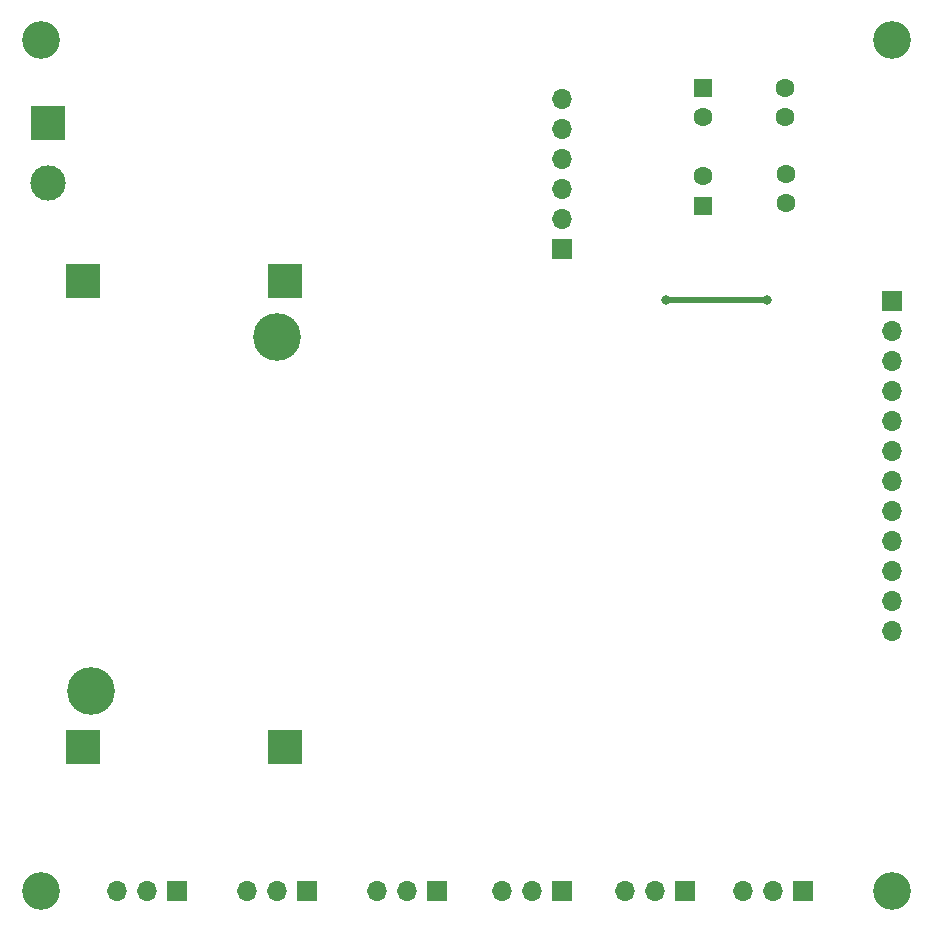
<source format=gtl>
G04 #@! TF.GenerationSoftware,KiCad,Pcbnew,8.0.4*
G04 #@! TF.CreationDate,2025-02-04T16:43:17-05:00*
G04 #@! TF.ProjectId,potencia_cubesat,706f7465-6e63-4696-915f-637562657361,rev?*
G04 #@! TF.SameCoordinates,Original*
G04 #@! TF.FileFunction,Copper,L1,Top*
G04 #@! TF.FilePolarity,Positive*
%FSLAX46Y46*%
G04 Gerber Fmt 4.6, Leading zero omitted, Abs format (unit mm)*
G04 Created by KiCad (PCBNEW 8.0.4) date 2025-02-04 16:43:17*
%MOMM*%
%LPD*%
G01*
G04 APERTURE LIST*
G04 #@! TA.AperFunction,ComponentPad*
%ADD10C,3.200000*%
G04 #@! TD*
G04 #@! TA.AperFunction,ComponentPad*
%ADD11R,1.700000X1.700000*%
G04 #@! TD*
G04 #@! TA.AperFunction,ComponentPad*
%ADD12O,1.700000X1.700000*%
G04 #@! TD*
G04 #@! TA.AperFunction,ComponentPad*
%ADD13C,4.048000*%
G04 #@! TD*
G04 #@! TA.AperFunction,ComponentPad*
%ADD14R,3.000000X3.000000*%
G04 #@! TD*
G04 #@! TA.AperFunction,ComponentPad*
%ADD15R,1.600000X1.600000*%
G04 #@! TD*
G04 #@! TA.AperFunction,ComponentPad*
%ADD16C,1.600000*%
G04 #@! TD*
G04 #@! TA.AperFunction,ComponentPad*
%ADD17C,3.000000*%
G04 #@! TD*
G04 #@! TA.AperFunction,ViaPad*
%ADD18C,0.800000*%
G04 #@! TD*
G04 #@! TA.AperFunction,Conductor*
%ADD19C,0.508000*%
G04 #@! TD*
G04 APERTURE END LIST*
D10*
G04 #@! TO.P,H3,*
G04 #@! TO.N,*
X4500000Y4500000D03*
G04 #@! TD*
D11*
G04 #@! TO.P,J1,1,Pin_1*
G04 #@! TO.N,5V*
X76500000Y54475000D03*
D12*
G04 #@! TO.P,J1,2,Pin_2*
G04 #@! TO.N,3.3V*
X76500000Y51935000D03*
G04 #@! TO.P,J1,3,Pin_3*
G04 #@! TO.N,SDA*
X76500000Y49395000D03*
G04 #@! TO.P,J1,4,Pin_4*
G04 #@! TO.N,SCL*
X76500000Y46855000D03*
G04 #@! TO.P,J1,5,Pin_5*
G04 #@! TO.N,GND*
X76500000Y44315000D03*
G04 #@! TO.P,J1,6,Pin_6*
X76500000Y41775000D03*
G04 #@! TO.P,J1,7,Pin_7*
G04 #@! TO.N,Motor 1*
X76500000Y39235000D03*
G04 #@! TO.P,J1,8,Pin_8*
G04 #@! TO.N,Motor 2*
X76500000Y36695000D03*
G04 #@! TO.P,J1,9,Pin_9*
G04 #@! TO.N,Motor 3*
X76500000Y34155000D03*
G04 #@! TO.P,J1,10,Pin_10*
G04 #@! TO.N,Motor 4*
X76500000Y31615000D03*
G04 #@! TO.P,J1,11,Pin_11*
G04 #@! TO.N,Motor 5*
X76500000Y29075000D03*
G04 #@! TO.P,J1,12,Pin_12*
G04 #@! TO.N,Motor 6*
X76500000Y26535000D03*
G04 #@! TD*
D13*
G04 #@! TO.P,PS1,*
G04 #@! TO.N,*
X24469000Y51391000D03*
X8721000Y21419000D03*
D14*
G04 #@! TO.P,PS1,1,IN+*
G04 #@! TO.N,Vin+*
X25167500Y56153500D03*
G04 #@! TO.P,PS1,2,IN-*
G04 #@! TO.N,GND*
X8022500Y56153500D03*
G04 #@! TO.P,PS1,3,OUT+*
G04 #@! TO.N,5V*
X25167500Y16656500D03*
G04 #@! TO.P,PS1,4,OUT-*
G04 #@! TO.N,GND*
X8022500Y16656500D03*
G04 #@! TD*
D15*
G04 #@! TO.P,C3,1*
G04 #@! TO.N,VIN-*
X60500000Y62500000D03*
D16*
G04 #@! TO.P,C3,2*
G04 #@! TO.N,GND*
X60500000Y65000000D03*
G04 #@! TD*
D11*
G04 #@! TO.P,J7,1,Pin_1*
G04 #@! TO.N,Motor 4*
X48580000Y4500000D03*
D12*
G04 #@! TO.P,J7,2,Pin_2*
G04 #@! TO.N,5V*
X46040000Y4500000D03*
G04 #@! TO.P,J7,3,Pin_3*
G04 #@! TO.N,GND*
X43500000Y4500000D03*
G04 #@! TD*
D16*
G04 #@! TO.P,C2,1*
G04 #@! TO.N,VIN-*
X67500000Y70000000D03*
G04 #@! TO.P,C2,2*
G04 #@! TO.N,GND*
X67500000Y72500000D03*
G04 #@! TD*
D11*
G04 #@! TO.P,J6,1,Pin_1*
G04 #@! TO.N,Motor 3*
X38040000Y4500000D03*
D12*
G04 #@! TO.P,J6,2,Pin_2*
G04 #@! TO.N,5V*
X35500000Y4500000D03*
G04 #@! TO.P,J6,3,Pin_3*
G04 #@! TO.N,GND*
X32960000Y4500000D03*
G04 #@! TD*
D14*
G04 #@! TO.P,J3,1,Pin_1*
G04 #@! TO.N,Vin+*
X5100000Y69540000D03*
D17*
G04 #@! TO.P,J3,2,Pin_2*
G04 #@! TO.N,GND*
X5100000Y64460000D03*
G04 #@! TD*
D10*
G04 #@! TO.P,H4,*
G04 #@! TO.N,*
X76500000Y4500000D03*
G04 #@! TD*
D16*
G04 #@! TO.P,C5,1*
G04 #@! TO.N,3.3V*
X67548600Y62732400D03*
G04 #@! TO.P,C5,2*
G04 #@! TO.N,GND*
X67548600Y65232400D03*
G04 #@! TD*
D15*
G04 #@! TO.P,C4,1*
G04 #@! TO.N,3.3V*
X60500000Y72500000D03*
D16*
G04 #@! TO.P,C4,2*
G04 #@! TO.N,GND*
X60500000Y70000000D03*
G04 #@! TD*
D11*
G04 #@! TO.P,J4,1,Pin_1*
G04 #@! TO.N,5V*
X48600946Y58872667D03*
D12*
G04 #@! TO.P,J4,2,Pin_2*
G04 #@! TO.N,GND*
X48600946Y61412667D03*
G04 #@! TO.P,J4,3,Pin_3*
G04 #@! TO.N,SCL*
X48600946Y63952667D03*
G04 #@! TO.P,J4,4,Pin_4*
G04 #@! TO.N,SDA*
X48600946Y66492667D03*
G04 #@! TO.P,J4,5,Pin_5*
G04 #@! TO.N,VIN-*
X48600946Y69032667D03*
G04 #@! TO.P,J4,6,Pin_6*
G04 #@! TO.N,Vin+*
X48600946Y71572667D03*
G04 #@! TD*
D10*
G04 #@! TO.P,H1,*
G04 #@! TO.N,*
X4500000Y76500000D03*
G04 #@! TD*
D11*
G04 #@! TO.P,J2,1,Pin_1*
G04 #@! TO.N,Motor 1*
X16040000Y4500000D03*
D12*
G04 #@! TO.P,J2,2,Pin_2*
G04 #@! TO.N,5V*
X13500000Y4500000D03*
G04 #@! TO.P,J2,3,Pin_3*
G04 #@! TO.N,GND*
X10960000Y4500000D03*
G04 #@! TD*
D10*
G04 #@! TO.P,H2,*
G04 #@! TO.N,*
X76500000Y76500000D03*
G04 #@! TD*
D11*
G04 #@! TO.P,J5,1,Pin_1*
G04 #@! TO.N,Motor 2*
X27040000Y4500000D03*
D12*
G04 #@! TO.P,J5,2,Pin_2*
G04 #@! TO.N,5V*
X24500000Y4500000D03*
G04 #@! TO.P,J5,3,Pin_3*
G04 #@! TO.N,GND*
X21960000Y4500000D03*
G04 #@! TD*
D11*
G04 #@! TO.P,J9,1,Pin_1*
G04 #@! TO.N,Motor 6*
X69040000Y4500000D03*
D12*
G04 #@! TO.P,J9,2,Pin_2*
G04 #@! TO.N,5V*
X66500000Y4500000D03*
G04 #@! TO.P,J9,3,Pin_3*
G04 #@! TO.N,GND*
X63960000Y4500000D03*
G04 #@! TD*
D11*
G04 #@! TO.P,J8,1,Pin_1*
G04 #@! TO.N,Motor 5*
X59040000Y4500000D03*
D12*
G04 #@! TO.P,J8,2,Pin_2*
G04 #@! TO.N,5V*
X56500000Y4500000D03*
G04 #@! TO.P,J8,3,Pin_3*
G04 #@! TO.N,GND*
X53960000Y4500000D03*
G04 #@! TD*
D18*
G04 #@! TO.N,5V*
X57400000Y54500000D03*
X66000000Y54500000D03*
G04 #@! TD*
D19*
G04 #@! TO.N,5V*
X66000000Y54500000D02*
X57400000Y54500000D01*
G04 #@! TD*
M02*

</source>
